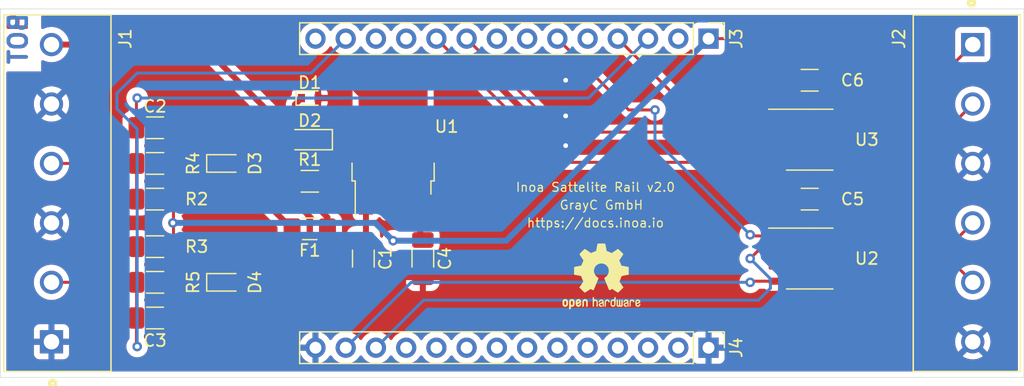
<source format=kicad_pcb>
(kicad_pcb (version 20211014) (generator pcbnew)
  (layers (0 "F.Cu" signal) (31 "B.Cu" signal) (34 "B.Paste" user) (35 "F.Paste" user) (36 "B.SilkS" user "B.Silkscreen") (37 "F.SilkS" user "F.Silkscreen") (38 "B.Mask" user) (39 "F.Mask" user) (44 "Edge.Cuts" user))
  (net 0 "")
  (net 1 "Net-(C1-Pad1)")
  (net 2 "GND")
  (net 3 "S0_0")
  (net 4 "S0_1")
  (net 5 "+3V3")
  (net 6 "Net-(D1-Pad1)")
  (net 7 "Net-(D3-Pad1)")
  (net 8 "Net-(D4-Pad1)")
  (net 9 "VCC")
  (net 12 "RS485_0_RX")
  (net 14 "RS485_1_RX")
  (net 17 "RS485_0_TXE")
  (net 18 "RS485_0_TX")
  (net 31 "RS485_1_TXE")
  (net 32 "RS485_1_TX")
  (net 33 "RS485_1_A")
  (net 34 "RS485_1_B")
  (net 35 "RS485_0_A")
  (net 36 "RS485_0_B")
  (footprint "Diode_SMD:D_0603_1608Metric_Pad1.05x0.95mm_HandSolder" (layer "F.Cu") (at 125 114)
    (fp_text reference "D4" (at 2.4 0 90) (layer "F.SilkS"))
    (fp_text value "D_TVS")
    (pad "1" smd roundrect (at -0.875 0) (size 1.05 0.95) (layers "F.Cu" "F.Paste" "F.Mask") (net 8 "Net-(D4-Pad1)"))
    (pad "2" smd roundrect (at 0.875 0) (size 1.05 0.95) (layers "F.Cu" "F.Paste" "F.Mask") (net 2 "GND"))
  )
  (footprint "Symbol:OSHW-Logo2_7.3x6mm_SilkScreen" (layer "F.Cu") (at 156.5 113.5)
    (fp_text reference "G1" hide)
    (fp_text value "Logo_Open_Hardware_Small" hide)
  )
  (footprint "Capacitor_SMD:C_1206_3216Metric_Pad1.33x1.80mm_HandSolder" (layer "F.Cu") (at 136.5 112 -90)
    (fp_text reference "C1" (at 0 -1.85 90) (layer "F.SilkS"))
    (fp_text value "100nF")
    (pad "1" smd roundrect (at -1.5625 0 270) (size 1.325 1.8) (layers "F.Cu" "F.Paste" "F.Mask") (roundrect_rratio 0.188679) (net 1 "Net-(C1-Pad1)"))
    (pad "2" smd roundrect (at 1.5625 0 270) (size 1.325 1.8) (layers "F.Cu" "F.Paste" "F.Mask") (roundrect_rratio 0.188679) (net 2 "GND"))
  )
  (footprint "Resistor_SMD:R_1206_3216Metric_Pad1.30x1.75mm_HandSolder" (layer "F.Cu") (at 132 105.5)
    (fp_text reference "R1" (at 0 -1.82) (layer "F.SilkS"))
    (fp_text value "10k")
    (pad "1" smd roundrect (at -1.55 0) (size 1.3 1.75) (layers "F.Cu" "F.Paste" "F.Mask") (roundrect_rratio 0.192308) (net 6 "Net-(D1-Pad1)"))
    (pad "2" smd roundrect (at 1.55 0) (size 1.3 1.75) (layers "F.Cu" "F.Paste" "F.Mask") (roundrect_rratio 0.192308) (net 2 "GND"))
  )
  (footprint "Diode_SMD:D_SOD-323_HandSoldering" (layer "F.Cu") (at 132 102 180)
    (fp_text reference "D2" (at 0 1.6) (layer "F.SilkS"))
    (fp_text value "1N5819")
    (pad "1" smd rect (at -1.25 0 180) (size 1 1) (layers "F.Cu" "F.Paste" "F.Mask") (net 1 "Net-(C1-Pad1)"))
    (pad "2" smd rect (at 1.25 0 180) (size 1 1) (layers "F.Cu" "F.Paste" "F.Mask") (net 6 "Net-(D1-Pad1)"))
  )
  (footprint "Resistor_SMD:R_1206_3216Metric_Pad1.30x1.75mm_HandSolder" (layer "F.Cu") (at 119 114 180)
    (fp_text reference "R5" (at -3.2 0 90) (layer "F.SilkS"))
    (fp_text value "220R")
    (pad "1" smd roundrect (at -1.55 0 180) (size 1.3 1.75) (layers "F.Cu" "F.Paste" "F.Mask") (roundrect_rratio 0.192308) (net 8 "Net-(D4-Pad1)"))
    (pad "2" smd roundrect (at 1.55 0 180) (size 1.3 1.75) (layers "F.Cu" "F.Paste" "F.Mask") (roundrect_rratio 0.192308) (net 4 "S0_1"))
  )
  (footprint "Diode_SMD:D_SOD-523" (layer "F.Cu") (at 132 98.5)
    (fp_text reference "D1" (at 0 -1.3) (layer "F.SilkS"))
    (fp_text value "25V")
    (pad "1" smd rect (at -0.7 0 180) (size 0.6 0.7) (layers "F.Cu" "F.Paste" "F.Mask") (net 6 "Net-(D1-Pad1)"))
    (pad "2" smd rect (at 0.7 0 180) (size 0.6 0.7) (layers "F.Cu" "F.Paste" "F.Mask") (net 2 "GND"))
  )
  (footprint "Capacitor_SMD:C_1206_3216Metric_Pad1.33x1.80mm_HandSolder" (layer "F.Cu") (at 174 97 180)
    (fp_text reference "C6" (at -3.6 0) (layer "F.SilkS"))
    (fp_text value "100nF")
    (pad "1" smd roundrect (at -1.5625 0 180) (size 1.325 1.8) (layers "F.Cu" "F.Paste" "F.Mask") (roundrect_rratio 0.188679) (net 5 "+3V3"))
    (pad "2" smd roundrect (at 1.5625 0 180) (size 1.325 1.8) (layers "F.Cu" "F.Paste" "F.Mask") (roundrect_rratio 0.188679) (net 2 "GND"))
  )
  (footprint "Resistor_SMD:R_1206_3216Metric_Pad1.30x1.75mm_HandSolder" (layer "F.Cu") (at 119 104 180)
    (fp_text reference "R4" (at -3.2 0 90) (layer "F.SilkS"))
    (fp_text value "220R")
    (pad "1" smd roundrect (at -1.55 0 180) (size 1.3 1.75) (layers "F.Cu" "F.Paste" "F.Mask") (roundrect_rratio 0.192308) (net 7 "Net-(D3-Pad1)"))
    (pad "2" smd roundrect (at 1.55 0 180) (size 1.3 1.75) (layers "F.Cu" "F.Paste" "F.Mask") (roundrect_rratio 0.192308) (net 3 "S0_0"))
  )
  (footprint "Package_SO:SOIC-8_3.9x4.9mm_P1.27mm" (layer "F.Cu") (at 174 102)
    (fp_text reference "U3" (at 4.8 0) (layer "F.SilkS"))
    (fp_text value "MAX3486")
    (pad "1" smd roundrect (at -2.475 -1.905) (size 1.95 0.6) (layers "F.Cu" "F.Paste" "F.Mask") (net 12 "RS485_0_RX"))
    (pad "2" smd roundrect (at -2.475 -0.635) (size 1.95 0.6) (layers "F.Cu" "F.Paste" "F.Mask") (net 17 "RS485_0_TXE"))
    (pad "3" smd roundrect (at -2.475 0.635) (size 1.95 0.6) (layers "F.Cu" "F.Paste" "F.Mask") (net 17 "RS485_0_TXE"))
    (pad "4" smd roundrect (at -2.475 1.905) (size 1.95 0.6) (layers "F.Cu" "F.Paste" "F.Mask") (net 18 "RS485_0_TX"))
    (pad "5" smd roundrect (at 2.475 1.905) (size 1.95 0.6) (layers "F.Cu" "F.Paste" "F.Mask") (net 2 "GND"))
    (pad "6" smd roundrect (at 2.475 0.635) (size 1.95 0.6) (layers "F.Cu" "F.Paste" "F.Mask") (net 35 "RS485_0_A"))
    (pad "7" smd roundrect (at 2.475 -0.635) (size 1.95 0.6) (layers "F.Cu" "F.Paste" "F.Mask") (net 36 "RS485_0_B"))
    (pad "8" smd roundrect (at 2.475 -1.905) (size 1.95 0.6) (layers "F.Cu" "F.Paste" "F.Mask") (net 5 "+3V3"))
  )
  (footprint "Resistor_SMD:R_1206_3216Metric_Pad1.30x1.75mm_HandSolder" (layer "F.Cu") (at 119 107)
    (fp_text reference "R2" (at 3.5 0) (layer "F.SilkS"))
    (fp_text value "10k")
    (pad "1" smd roundrect (at -1.55 0) (size 1.3 1.75) (layers "F.Cu" "F.Paste" "F.Mask") (roundrect_rratio 0.192308) (net 3 "S0_0"))
    (pad "2" smd roundrect (at 1.55 0) (size 1.3 1.75) (layers "F.Cu" "F.Paste" "F.Mask") (roundrect_rratio 0.192308) (net 5 "+3V3"))
  )
  (footprint "Connector_PinHeader_2.54mm:PinHeader_1x14_P2.54mm_Vertical" (layer "F.Cu") (at 165.5 119.5 -90)
    (fp_text reference "J4" (at 0 -2.33 90) (layer "F.SilkS"))
    (fp_text value "East")
    (pad "1" thru_hole rect (at 0 0 270) (size 1.7 1.7) (drill 1) (layers *.Cu *.Mask) (net 2 "GND"))
    (pad "2" thru_hole oval (at 0 2.54 270) (size 1.7 1.7) (drill 1) (layers *.Cu *.Mask))
    (pad "3" thru_hole oval (at 0 5.08 270) (size 1.7 1.7) (drill 1) (layers *.Cu *.Mask))
    (pad "4" thru_hole oval (at 0 7.62 270) (size 1.7 1.7) (drill 1) (layers *.Cu *.Mask))
    (pad "5" thru_hole oval (at 0 10.16 270) (size 1.7 1.7) (drill 1) (layers *.Cu *.Mask))
    (pad "6" thru_hole oval (at 0 12.7 270) (size 1.7 1.7) (drill 1) (layers *.Cu *.Mask))
    (pad "7" thru_hole oval (at 0 15.24 270) (size 1.7 1.7) (drill 1) (layers *.Cu *.Mask))
    (pad "8" thru_hole oval (at 0 17.78 270) (size 1.7 1.7) (drill 1) (layers *.Cu *.Mask))
    (pad "9" thru_hole oval (at 0 20.32 270) (size 1.7 1.7) (drill 1) (layers *.Cu *.Mask))
    (pad "10" thru_hole oval (at 0 22.86 270) (size 1.7 1.7) (drill 1) (layers *.Cu *.Mask))
    (pad "11" thru_hole oval (at 0 25.4 270) (size 1.7 1.7) (drill 1) (layers *.Cu *.Mask))
    (pad "12" thru_hole oval (at 0 27.94 270) (size 1.7 1.7) (drill 1) (layers *.Cu *.Mask) (net 31 "RS485_1_TXE"))
    (pad "13" thru_hole oval (at 0 30.48 270) (size 1.7 1.7) (drill 1) (layers *.Cu *.Mask) (net 32 "RS485_1_TX"))
    (pad "14" thru_hole oval (at 0 33.02 270) (size 1.7 1.7) (drill 1) (layers *.Cu *.Mask) (net 2 "GND"))
  )
  (footprint "footprints:PHOENIX_1935200" (layer "F.Cu") (at 187.7 106.5 -90)
    (fp_text reference "J2" (at -13 6.2 90) (layer "F.SilkS"))
    (fp_text value "South")
    (pad "1" thru_hole rect locked (at -12.5 0 270) (size 1.95 1.95) (drill 1.3) (layers *.Cu *.Mask) (net 36 "RS485_0_B"))
    (pad "2" thru_hole circle locked (at -7.5 0 270) (size 1.95 1.95) (drill 1.3) (layers *.Cu *.Mask) (net 35 "RS485_0_A"))
    (pad "3" thru_hole circle locked (at -2.5 0 270) (size 1.95 1.95) (drill 1.3) (layers *.Cu *.Mask) (net 2 "GND"))
    (pad "4" thru_hole circle locked (at 2.5 0 270) (size 1.95 1.95) (drill 1.3) (layers *.Cu *.Mask) (net 34 "RS485_1_B"))
    (pad "5" thru_hole circle locked (at 7.5 0 270) (size 1.95 1.95) (drill 1.3) (layers *.Cu *.Mask) (net 33 "RS485_1_A"))
    (pad "6" thru_hole circle locked (at 12.5 0 270) (size 1.95 1.95) (drill 1.3) (layers *.Cu *.Mask) (net 2 "GND"))
  )
  (footprint "Fuse:Fuse_1206_3216Metric_Pad1.42x1.75mm_HandSolder" (layer "F.Cu") (at 132 109.5 180)
    (fp_text reference "F1" (at 0 -1.82) (layer "F.SilkS"))
    (fp_text value "25V/1A")
    (pad "1" smd roundrect (at -1.4875 0 180) (size 1.425 1.75) (layers "F.Cu" "F.Paste" "F.Mask") (roundrect_rratio 0.175439) (net 6 "Net-(D1-Pad1)"))
    (pad "2" smd roundrect (at 1.4875 0 180) (size 1.425 1.75) (layers "F.Cu" "F.Paste" "F.Mask") (roundrect_rratio 0.175439) (net 9 "VCC"))
  )
  (footprint "Connector_PinHeader_2.54mm:PinHeader_1x14_P2.54mm_Vertical" (layer "F.Cu") (at 165.5 93.5 -90)
    (fp_text reference "J3" (at 0 -2.33 90) (layer "F.SilkS"))
    (fp_text value "West")
    (pad "1" thru_hole rect (at 0 0 270) (size 1.7 1.7) (drill 1) (layers *.Cu *.Mask) (net 5 "+3V3"))
    (pad "2" thru_hole oval (at 0 2.54 270) (size 1.7 1.7) (drill 1) (layers *.Cu *.Mask))
    (pad "3" thru_hole oval (at 0 5.08 270) (size 1.7 1.7) (drill 1) (layers *.Cu *.Mask) (net 3 "S0_0"))
    (pad "4" thru_hole oval (at 0 7.62 270) (size 1.7 1.7) (drill 1) (layers *.Cu *.Mask) (net 12 "RS485_0_RX"))
    (pad "5" thru_hole oval (at 0 10.16 270) (size 1.7 1.7) (drill 1) (layers *.Cu *.Mask))
    (pad "6" thru_hole oval (at 0 12.7 270) (size 1.7 1.7) (drill 1) (layers *.Cu *.Mask) (net 14 "RS485_1_RX"))
    (pad "7" thru_hole oval (at 0 15.24 270) (size 1.7 1.7) (drill 1) (layers *.Cu *.Mask))
    (pad "8" thru_hole oval (at 0 17.78 270) (size 1.7 1.7) (drill 1) (layers *.Cu *.Mask))
    (pad "9" thru_hole oval (at 0 20.32 270) (size 1.7 1.7) (drill 1) (layers *.Cu *.Mask) (net 17 "RS485_0_TXE"))
    (pad "10" thru_hole oval (at 0 22.86 270) (size 1.7 1.7) (drill 1) (layers *.Cu *.Mask) (net 18 "RS485_0_TX"))
    (pad "11" thru_hole oval (at 0 25.4 270) (size 1.7 1.7) (drill 1) (layers *.Cu *.Mask))
    (pad "12" thru_hole oval (at 0 27.94 270) (size 1.7 1.7) (drill 1) (layers *.Cu *.Mask))
    (pad "13" thru_hole oval (at 0 30.48 270) (size 1.7 1.7) (drill 1) (layers *.Cu *.Mask) (net 4 "S0_1"))
    (pad "14" thru_hole oval (at 0 33.02 270) (size 1.7 1.7) (drill 1) (layers *.Cu *.Mask))
  )
  (footprint "footprints:PHOENIX_1935200" (layer "F.Cu") (at 110.3 106.5 90)
    (fp_text reference "J1" (at 13 6.2 90) (layer "F.SilkS"))
    (fp_text value "North")
    (pad "1" thru_hole rect locked (at -12.5 0 90) (size 1.95 1.95) (drill 1.3) (layers *.Cu *.Mask) (net 2 "GND"))
    (pad "2" thru_hole circle locked (at -7.5 0 90) (size 1.95 1.95) (drill 1.3) (layers *.Cu *.Mask) (net 4 "S0_1"))
    (pad "3" thru_hole circle locked (at -2.5 0 90) (size 1.95 1.95) (drill 1.3) (layers *.Cu *.Mask) (net 2 "GND"))
    (pad "4" thru_hole circle locked (at 2.5 0 90) (size 1.95 1.95) (drill 1.3) (layers *.Cu *.Mask) (net 3 "S0_0"))
    (pad "5" thru_hole circle locked (at 7.5 0 90) (size 1.95 1.95) (drill 1.3) (layers *.Cu *.Mask) (net 2 "GND"))
    (pad "6" thru_hole circle locked (at 12.5 0 90) (size 1.95 1.95) (drill 1.3) (layers *.Cu *.Mask) (net 9 "VCC"))
  )
  (footprint "Capacitor_SMD:C_1206_3216Metric_Pad1.33x1.80mm_HandSolder" (layer "F.Cu") (at 141.5 112 -90)
    (fp_text reference "C4" (at 0 -1.85 90) (layer "F.SilkS"))
    (fp_text value "100nF")
    (pad "1" smd roundrect (at -1.5625 0 270) (size 1.325 1.8) (layers "F.Cu" "F.Paste" "F.Mask") (roundrect_rratio 0.188679) (net 5 "+3V3"))
    (pad "2" smd roundrect (at 1.5625 0 270) (size 1.325 1.8) (layers "F.Cu" "F.Paste" "F.Mask") (roundrect_rratio 0.188679) (net 2 "GND"))
  )
  (footprint "Package_TO_SOT_SMD:TO-252-3_TabPin2" (layer "F.Cu") (at 139 103 90)
    (fp_text reference "U1" (at 2.1 4.5 180) (layer "F.SilkS"))
    (fp_text value "BA033CC0FP-E2")
    (pad "1" smd rect (at -4.2 -2.28 90) (size 2.2 1.2) (layers "F.Cu" "F.Paste" "F.Mask") (net 1 "Net-(C1-Pad1)"))
    (pad "2" smd rect (at 2.1 0 90) (size 6.4 5.8) (layers "F.Cu" "F.Mask") (net 2 "GND"))
    (pad "2" smd rect (at -4.2 0 90) (size 2.2 1.2) (layers "F.Cu" "F.Paste" "F.Mask") (net 2 "GND"))
    (pad "3" smd rect (at -4.2 2.28 90) (size 2.2 1.2) (layers "F.Cu" "F.Paste" "F.Mask") (net 5 "+3V3"))
  )
  (footprint "Capacitor_SMD:C_1206_3216Metric_Pad1.33x1.80mm_HandSolder" (layer "F.Cu") (at 119 101)
    (fp_text reference "C2" (at 0 -1.8) (layer "F.SilkS"))
    (fp_text value "100nF")
    (pad "1" smd roundrect (at -1.5625 0) (size 1.325 1.8) (layers "F.Cu" "F.Paste" "F.Mask") (roundrect_rratio 0.188679) (net 3 "S0_0"))
    (pad "2" smd roundrect (at 1.5625 0) (size 1.325 1.8) (layers "F.Cu" "F.Paste" "F.Mask") (roundrect_rratio 0.188679) (net 2 "GND"))
  )
  (footprint "Package_SO:SOIC-8_3.9x4.9mm_P1.27mm" (layer "F.Cu") (at 174 112)
    (fp_text reference "U2" (at 4.8 0) (layer "F.SilkS"))
    (fp_text value "MAX3486")
    (pad "1" smd roundrect (at -2.475 -1.905) (size 1.95 0.6) (layers "F.Cu" "F.Paste" "F.Mask") (net 14 "RS485_1_RX"))
    (pad "2" smd roundrect (at -2.475 -0.635) (size 1.95 0.6) (layers "F.Cu" "F.Paste" "F.Mask") (net 31 "RS485_1_TXE"))
    (pad "3" smd roundrect (at -2.475 0.635) (size 1.95 0.6) (layers "F.Cu" "F.Paste" "F.Mask") (net 31 "RS485_1_TXE"))
    (pad "4" smd roundrect (at -2.475 1.905) (size 1.95 0.6) (layers "F.Cu" "F.Paste" "F.Mask") (net 32 "RS485_1_TX"))
    (pad "5" smd roundrect (at 2.475 1.905) (size 1.95 0.6) (layers "F.Cu" "F.Paste" "F.Mask") (net 2 "GND"))
    (pad "6" smd roundrect (at 2.475 0.635) (size 1.95 0.6) (layers "F.Cu" "F.Paste" "F.Mask") (net 33 "RS485_1_A"))
    (pad "7" smd roundrect (at 2.475 -0.635) (size 1.95 0.6) (layers "F.Cu" "F.Paste" "F.Mask") (net 34 "RS485_1_B"))
    (pad "8" smd roundrect (at 2.475 -1.905) (size 1.95 0.6) (layers "F.Cu" "F.Paste" "F.Mask") (net 5 "+3V3"))
  )
  (footprint "Capacitor_SMD:C_1206_3216Metric_Pad1.33x1.80mm_HandSolder" (layer "F.Cu") (at 119 117)
    (fp_text reference "C3" (at 0 1.9) (layer "F.SilkS"))
    (fp_text value "100nF")
    (pad "1" smd roundrect (at -1.5625 0) (size 1.325 1.8) (layers "F.Cu" "F.Paste" "F.Mask") (roundrect_rratio 0.188679) (net 4 "S0_1"))
    (pad "2" smd roundrect (at 1.5625 0) (size 1.325 1.8) (layers "F.Cu" "F.Paste" "F.Mask") (roundrect_rratio 0.188679) (net 2 "GND"))
  )
  (footprint "Resistor_SMD:R_1206_3216Metric_Pad1.30x1.75mm_HandSolder" (layer "F.Cu") (at 119 111)
    (fp_text reference "R3" (at 3.5 0) (layer "F.SilkS"))
    (fp_text value "10k")
    (pad "1" smd roundrect (at -1.55 0) (size 1.3 1.75) (layers "F.Cu" "F.Paste" "F.Mask") (roundrect_rratio 0.192308) (net 4 "S0_1"))
    (pad "2" smd roundrect (at 1.55 0) (size 1.3 1.75) (layers "F.Cu" "F.Paste" "F.Mask") (roundrect_rratio 0.192308) (net 5 "+3V3"))
  )
  (footprint "Capacitor_SMD:C_1206_3216Metric_Pad1.33x1.80mm_HandSolder" (layer "F.Cu") (at 174 107 180)
    (fp_text reference "C5" (at -3.6 0) (layer "F.SilkS"))
    (fp_text value "100nF")
    (pad "1" smd roundrect (at -1.5625 0 180) (size 1.325 1.8) (layers "F.Cu" "F.Paste" "F.Mask") (roundrect_rratio 0.188679) (net 5 "+3V3"))
    (pad "2" smd roundrect (at 1.5625 0 180) (size 1.325 1.8) (layers "F.Cu" "F.Paste" "F.Mask") (roundrect_rratio 0.188679) (net 2 "GND"))
  )
  (footprint "Diode_SMD:D_0603_1608Metric_Pad1.05x0.95mm_HandSolder" (layer "F.Cu") (at 125 104)
    (fp_text reference "D3" (at 2.4 0 90) (layer "F.SilkS"))
    (fp_text value "D_TVS")
    (pad "1" smd roundrect (at -0.875 0) (size 1.05 0.95) (layers "F.Cu" "F.Paste" "F.Mask") (net 7 "Net-(D3-Pad1)"))
    (pad "2" smd roundrect (at 0.875 0) (size 1.05 0.95) (layers "F.Cu" "F.Paste" "F.Mask") (net 2 "GND"))
  )
  (footprint "images:grayc-logo-negative" (layer "B.Cu") (at 175 118 180)
    (fp_text reference "G2" hide)
    (fp_text value "LOGO" hide)
  )
  (gr_line (start 106 91) (end 192 91) (layer "Edge.Cuts") (width 0.05))
  (gr_line (start 192 122) (end 106 122) (layer "Edge.Cuts") (width 0.05))
  (gr_line (start 192 91) (end 192 122) (layer "Edge.Cuts") (width 0.05))
  (gr_line (start 106 122) (end 106 91) (layer "Edge.Cuts") (width 0.05))
  (gr_text "TOP" (at 107.5 93.5 90) (layer "F.Cu") (effects (font (size 1.5 1.5) (thickness 0.3))))
  (gr_text "SR-ME-020" (at 175 119.5) (layer "F.Cu") (effects (font (size 1 1))))
  (gr_text "BOT" (at 107.5 93.5 90) (layer "B.Cu") (effects (font (size 1.5 1.5) (thickness 0.3)) (justify mirror)))
  (gr_text "https://docs.inoa.io" (at 156 109) (layer "F.SilkS") (effects (font (size 0.75 0.75) (thickness 0.1))))
  (gr_text "Inoa Sattelite Rail v2.0" (at 156 106) (layer "F.SilkS") (effects (font (size 0.75 0.75) (thickness 0.1))))
  (gr_text "GrayC GmbH" (at 156.5 107.5) (layer "F.SilkS") (effects (font (size 0.75 0.75) (thickness 0.1))))
  (segment (start 133.25 102) (end 135 103.75) (width 0.5) (layer "F.Cu") (net 1))
  (segment (start 136.72 107.2) (end 136.72 110.2175) (width 0.5) (layer "F.Cu") (net 1))
  (segment (start 135 103.75) (end 135 106.6) (width 0.5) (layer "F.Cu") (net 1))
  (segment (start 136.72 110.2175) (end 136.5 110.4375) (width 0.5) (layer "F.Cu") (net 1))
  (segment (start 135 106.6) (end 135.6 107.2) (width 0.5) (layer "F.Cu") (net 1))
  (segment (start 136.845 110.2925) (end 136.7 110.4375) (width 0.25) (layer "F.Cu") (net 1))
  (segment (start 135.6 107.2) (end 136.72 107.2) (width 0.5) (layer "F.Cu") (net 1))
  (segment (start 135.2 97.1) (end 139 100.9) (width 0.5) (layer "F.Cu") (net 2))
  (segment (start 132.7 98.5) (end 133.7 98.5) (width 0.5) (layer "F.Cu") (net 2))
  (segment (start 133.7 98.5) (end 135.1 97.1) (width 0.5) (layer "F.Cu") (net 2))
  (segment (start 135.1 97.1) (end 135.2 97.1) (width 0.5) (layer "F.Cu") (net 2))
  (via (at 153.5 97) (size 0.8) (drill 0.4) (layers "F.Cu" "B.Cu") (net 2))
  (via (at 153.5 100) (size 0.8) (drill 0.4) (layers "F.Cu" "B.Cu") (net 2))
  (via (at 153.5 102.5) (size 0.8) (drill 0.4) (layers "F.Cu" "B.Cu") (net 2))
  (segment (start 117.45 101.0125) (end 117.4375 101) (width 0.25) (layer "F.Cu") (net 3))
  (segment (start 110.3 104) (end 117.45 104) (width 0.25) (layer "F.Cu") (net 3))
  (segment (start 117.4375 98.5625) (end 117.5 98.5) (width 0.25) (layer "F.Cu") (net 3))
  (segment (start 117.45 104) (end 117.45 101.0125) (width 0.25) (layer "F.Cu") (net 3))
  (segment (start 117.4375 101) (end 117.4375 98.5625) (width 0.25) (layer "F.Cu") (net 3))
  (segment (start 117.45 104) (end 117.45 107) (width 0.25) (layer "F.Cu") (net 3))
  (via (at 117.5 98.5) (size 0.8) (drill 0.4) (layers "F.Cu" "B.Cu") (net 3))
  (segment (start 117.5 98.5) (end 155.42 98.5) (width 0.25) (layer "B.Cu") (net 3))
  (segment (start 155.42 98.5) (end 160.42 93.5) (width 0.25) (layer "B.Cu") (net 3))
  (segment (start 117.45 116.9875) (end 117.4375 117) (width 0.25) (layer "F.Cu") (net 4))
  (segment (start 117.45 114) (end 117.45 111) (width 0.25) (layer "F.Cu") (net 4))
  (segment (start 117.4375 119.3375) (end 117.5 119.4) (width 0.25) (layer "F.Cu") (net 4))
  (segment (start 117.45 114) (end 117.45 116.9875) (width 0.25) (layer "F.Cu") (net 4))
  (segment (start 117.4375 117) (end 117.4375 119.3375) (width 0.25) (layer "F.Cu") (net 4))
  (segment (start 110.3 114) (end 117.45 114) (width 0.25) (layer "F.Cu") (net 4))
  (via (at 117.5 119.4) (size 0.8) (drill 0.4) (layers "F.Cu" "B.Cu") (net 4))
  (segment (start 117.5 119.4) (end 117.5 101.1) (width 0.25) (layer "B.Cu") (net 4))
  (segment (start 115.8 99.4) (end 115.8 98.1) (width 0.25) (layer "B.Cu") (net 4))
  (segment (start 117.5 96.4) (end 132.12 96.4) (width 0.25) (layer "B.Cu") (net 4))
  (segment (start 132.12 96.4) (end 135.02 93.5) (width 0.25) (layer "B.Cu") (net 4))
  (segment (start 117.5 101.1) (end 115.8 99.4) (width 0.25) (layer "B.Cu") (net 4))
  (segment (start 115.8 98.1) (end 117.5 96.4) (width 0.25) (layer "B.Cu") (net 4))
  (segment (start 175.5625 106.0625) (end 174 104.5) (width 0.25) (layer "F.Cu") (net 5))
  (segment (start 176.475 97.9125) (end 175.5625 97) (width 0.25) (layer "F.Cu") (net 5))
  (segment (start 141.28 110.2175) (end 141.5 110.4375) (width 0.5) (layer "F.Cu") (net 5))
  (segment (start 175.5625 107) (end 175.5625 106.0625) (width 0.25) (layer "F.Cu") (net 5))
  (segment (start 120.55 108.95) (end 120.55 111) (width 0.25) (layer "F.Cu") (net 5))
  (segment (start 120.55 107) (end 120.55 108.95) (width 0.25) (layer "F.Cu") (net 5))
  (segment (start 141.405 110.3425) (end 141.5 110.4375) (width 0.25) (layer "F.Cu") (net 5))
  (segment (start 139 110.5) (end 141.4375 110.5) (width 0.5) (layer "F.Cu") (net 5))
  (segment (start 174 104.5) (end 174 98.5625) (width 0.25) (layer "F.Cu") (net 5))
  (segment (start 176.475 107.9125) (end 175.5625 107) (width 0.25) (layer "F.Cu") (net 5))
  (segment (start 141.4375 110.5) (end 141.5 110.4375) (width 0.5) (layer "F.Cu") (net 5))
  (segment (start 176.475 100.095) (end 176.475 97.9125) (width 0.25) (layer "F.Cu") (net 5))
  (segment (start 141.28 107.2) (end 141.28 110.2175) (width 0.5) (layer "F.Cu") (net 5))
  (segment (start 172.0625 93.5) (end 165.5 93.5) (width 0.25) (layer "F.Cu") (net 5))
  (segment (start 175.5625 97) (end 172.0625 93.5) (width 0.25) (layer "F.Cu") (net 5))
  (segment (start 174 98.5625) (end 175.5625 97) (width 0.25) (layer "F.Cu") (net 5))
  (segment (start 176.475 110.095) (end 176.475 107.9125) (width 0.25) (layer "F.Cu") (net 5))
  (via (at 139 110.5) (size 0.8) (drill 0.4) (layers "F.Cu" "B.Cu") (net 5))
  (via (at 120.5 109) (size 0.8) (drill 0.4) (layers "F.Cu" "B.Cu") (net 5))
  (segment (start 148.5 110.5) (end 165.5 93.5) (width 0.5) (layer "B.Cu") (net 5))
  (segment (start 139 110.5) (end 148.5 110.5) (width 0.5) (layer "B.Cu") (net 5))
  (segment (start 120.5 109) (end 137.5 109) (width 0.5) (layer "B.Cu") (net 5))
  (segment (start 137.5 109) (end 139 110.5) (width 0.5) (layer "B.Cu") (net 5))
  (segment (start 130.75 99.05) (end 131.3 98.5) (width 0.5) (layer "F.Cu") (net 6))
  (segment (start 130.75 105.2) (end 130.45 105.5) (width 0.5) (layer "F.Cu") (net 6))
  (segment (start 130.75 102) (end 130.75 99.05) (width 0.5) (layer "F.Cu") (net 6))
  (segment (start 130.45 105.2) (end 130.15 105.5) (width 0.25) (layer "F.Cu") (net 6))
  (segment (start 133.4875 108.5375) (end 130.45 105.5) (width 0.5) (layer "F.Cu") (net 6))
  (segment (start 130.75 102) (end 130.75 105.2) (width 0.5) (layer "F.Cu") (net 6))
  (segment (start 133.4875 109.5) (end 133.4875 108.5375) (width 0.5) (layer "F.Cu") (net 6))
  (segment (start 120.55 104) (end 124.125 104) (width 0.25) (layer "F.Cu") (net 7))
  (segment (start 120.55 114) (end 124.125 114) (width 0.25) (layer "F.Cu") (net 8))
  (segment (start 110.3 94) (end 122.9 94) (width 0.5) (layer "F.Cu") (net 9))
  (segment (start 122.9 94) (end 128.6 99.7) (width 0.5) (layer "F.Cu") (net 9))
  (segment (start 128.6 99.7) (end 128.6 107.5875) (width 0.5) (layer "F.Cu") (net 9))
  (segment (start 128.6 107.5875) (end 130.5125 109.5) (width 0.5) (layer "F.Cu") (net 9))
  (segment (start 171.525 100.095) (end 164.475 100.095) (width 0.25) (layer "F.Cu") (net 12))
  (segment (start 164.475 100.095) (end 157.88 93.5) (width 0.25) (layer "F.Cu") (net 12))
  (segment (start 169.095 110.095) (end 169 110) (width 0.25) (layer "F.Cu") (net 14))
  (segment (start 158.8 99.5) (end 161 99.5) (width 0.25) (layer "F.Cu") (net 14))
  (segment (start 171.525 110.095) (end 169.095 110.095) (width 0.25) (layer "F.Cu") (net 14))
  (segment (start 152.8 93.5) (end 158.8 99.5) (width 0.25) (layer "F.Cu") (net 14))
  (via (at 161 99.5) (size 0.8) (drill 0.4) (layers "F.Cu" "B.Cu") (net 14))
  (via (at 169 110) (size 0.8) (drill 0.4) (layers "F.Cu" "B.Cu") (net 14))
  (segment (start 161 102) (end 169 110) (width 0.25) (layer "B.Cu") (net 14))
  (segment (start 161 99.5) (end 161 102) (width 0.25) (layer "B.Cu") (net 14))
  (segment (start 171.525 101.365) (end 171.525 102.635) (width 0.25) (layer "F.Cu") (net 17))
  (segment (start 153.045 101.365) (end 145.18 93.5) (width 0.25) (layer "F.Cu") (net 17))
  (segment (start 171.525 101.365) (end 153.045 101.365) (width 0.25) (layer "F.Cu") (net 17))
  (segment (start 153.045 103.905) (end 142.64 93.5) (width 0.25) (layer "F.Cu") (net 18))
  (segment (start 171.525 103.905) (end 153.045 103.905) (width 0.25) (layer "F.Cu") (net 18))
  (segment (start 171.525 111.365) (end 169.635 111.365) (width 0.25) (layer "F.Cu") (net 31))
  (segment (start 169.635 111.365) (end 169 112) (width 0.25) (layer "F.Cu") (net 31))
  (segment (start 171.525 111.365) (end 171.525 112.635) (width 0.25) (layer "F.Cu") (net 31))
  (via (at 169 112) (size 0.8) (drill 0.4) (layers "F.Cu" "B.Cu") (net 31))
  (segment (start 170.7 114.5) (end 170.7 113.7) (width 0.25) (layer "B.Cu") (net 31))
  (segment (start 141.56 115.5) (end 169.7 115.5) (width 0.25) (layer "B.Cu") (net 31))
  (segment (start 170.7 113.7) (end 169 112) (width 0.25) (layer "B.Cu") (net 31))
  (segment (start 169.7 115.5) (end 170.7 114.5) (width 0.25) (layer "B.Cu") (net 31))
  (segment (start 137.56 119.5) (end 141.56 115.5) (width 0.25) (layer "B.Cu") (net 31))
  (segment (start 171.525 113.905) (end 169.095 113.905) (width 0.25) (layer "F.Cu") (net 32))
  (segment (start 169.095 113.905) (end 169 114) (width 0.25) (layer "F.Cu") (net 32))
  (via (at 169 114) (size 0.8) (drill 0.4) (layers "F.Cu" "B.Cu") (net 32))
  (segment (start 140.52 114) (end 169 114) (width 0.25) (layer "B.Cu") (net 32))
  (segment (start 135.02 119.5) (end 140.52 114) (width 0.25) (layer "B.Cu") (net 32))
  (segment (start 176.475 112.635) (end 186.335 112.635) (width 0.25) (layer "F.Cu") (net 33))
  (segment (start 186.335 112.635) (end 187.7 114) (width 0.25) (layer "F.Cu") (net 33))
  (segment (start 176.475 111.365) (end 185.335 111.365) (width 0.25) (layer "F.Cu") (net 34))
  (segment (start 185.335 111.365) (end 187.7 109) (width 0.25) (layer "F.Cu") (net 34))
  (segment (start 176.475 102.635) (end 184.065 102.635) (width 0.25) (layer "F.Cu") (net 35))
  (segment (start 184.065 102.635) (end 187.7 99) (width 0.25) (layer "F.Cu") (net 35))
  (segment (start 176.475 101.365) (end 180.335 101.365) (width 0.25) (layer "F.Cu") (net 36))
  (segment (start 180.335 101.365) (end 187.7 94) (width 0.25) (layer "F.Cu") (net 36))
  (zone (net 2) (net_name "GND") (layer "F.Cu") (connect_pads (clearance 0.508)) (min_thickness 0.254) (fill yes (thermal_gap 0.508) (thermal_bridge_width 0.508))
    (polygon (pts (xy 192 122) (xy 106 122) (xy 106 91) (xy 192 91)))
  )
  (zone (net 2) (net_name "GND") (layer "B.Cu") (connect_pads (clearance 0.508)) (min_thickness 0.254) (fill yes (thermal_gap 0.508) (thermal_bridge_width 0.508))
    (polygon (pts (xy 192 122) (xy 106 122) (xy 106 91) (xy 192 91)))
  )
)
</source>
